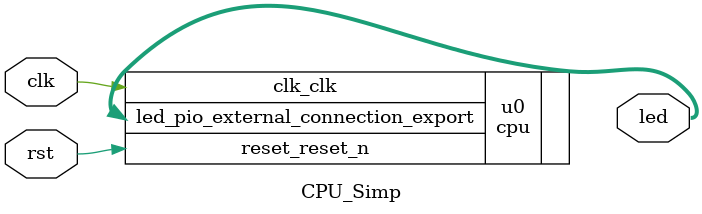
<source format=v>
module CPU_Simp(led, rst, clk);
	input rst, clk;
	output [7:0] led;
	
	cpu u0 (
        .clk_clk                            (clk),                            //                         clk.clk
        .reset_reset_n                      (rst),                      //                       reset.reset_n
        .led_pio_external_connection_export (led)  // led_pio_external_connection.export
    );
	 
	 
endmodule

</source>
